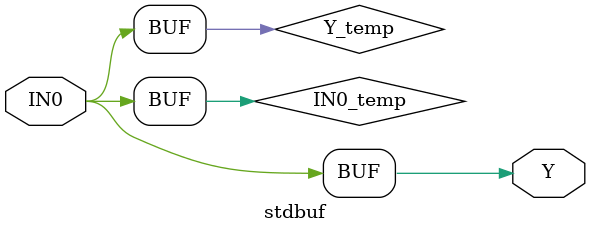
<source format=v>
module stdbuf(IN0,Y);
  parameter
        d_IN0_r = 0,
        d_IN0_f = 0,
        d_Y_r = 1,
        d_Y_f = 1;
  input  IN0;
  output  Y;
  wire  IN0_temp;
  reg  Y_temp;
  assign #(d_IN0_r,d_IN0_f) IN0_temp = IN0|IN0;
  assign #(d_Y_r,d_Y_f) Y = Y_temp;
  always
    @(IN0_temp)
      Y_temp = IN0_temp;
endmodule

</source>
